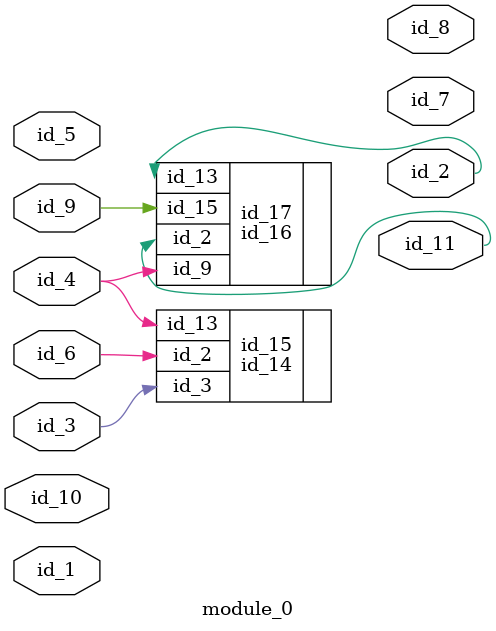
<source format=v>
`endcelldefine
module module_0 (
    id_1,
    id_2,
    id_3,
    id_4,
    id_5,
    id_6,
    id_7,
    id_8,
    id_9,
    id_10,
    id_11
);
  output id_11;
  input id_10;
  input id_9;
  output id_8;
  output id_7;
  input id_6;
  input id_5;
  input id_4;
  input id_3;
  output id_2;
  input id_1;
  id_12 id_13 (
      .id_5(id_10),
      .id_5(id_1)
  );
  id_14 id_15 (
      .id_13(id_4),
      .id_3 (id_3),
      .id_2 (id_6)
  );
  generate
    id_16 id_17 (
        .id_9 (id_5),
        .id_13(id_2),
        .id_2 (id_1),
        .id_15(id_9),
        .id_9 (id_4),
        .id_2 (id_11)
    );
  endgenerate
endmodule

</source>
